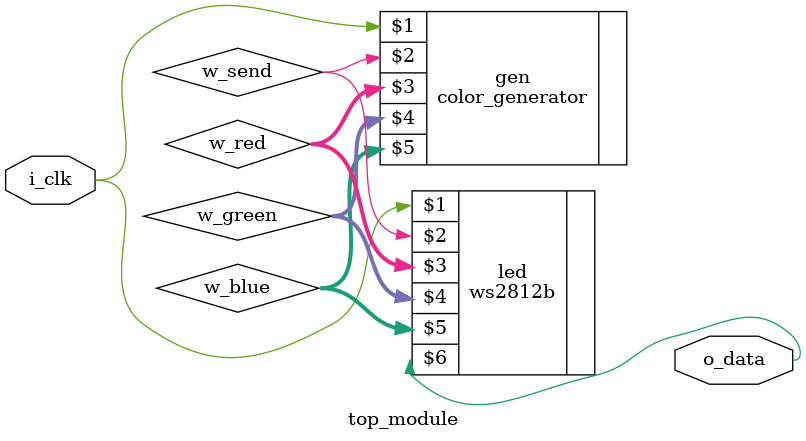
<source format=v>
module top_module (
    input i_clk,
    output o_data
);

wire [7:0] w_red;
wire [7:0] w_green;
wire [7:0] w_blue;
wire w_send;
wire w_busy;
    
    color_generator gen (i_clk, w_send, w_red, w_green, w_blue);
    ws2812b led (i_clk, w_send, w_red, w_green, w_blue, o_data);

endmodule
</source>
